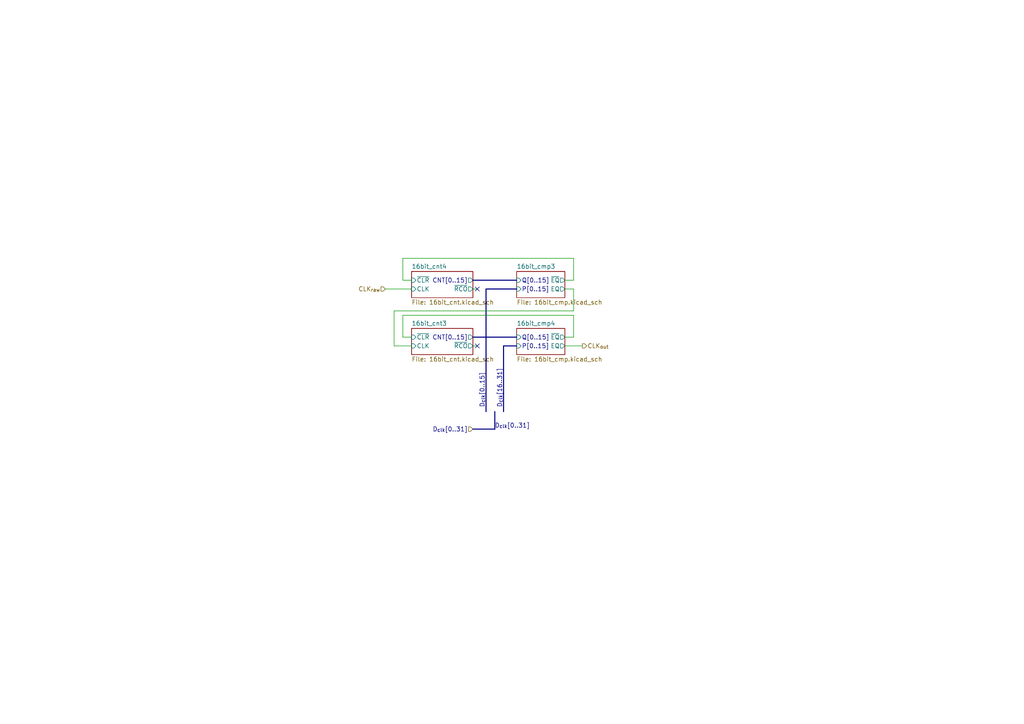
<source format=kicad_sch>
(kicad_sch (version 20211123) (generator eeschema)
  (paper "A4")
  (lib_symbols)
  (no_connect (at 138.43 83.82))
  (no_connect (at 138.43 100.33))
  (wire (pts (xy 163.83 100.33) (xy 168.91 100.33)))
  (wire (pts (xy 163.83 83.82) (xy 166.37 83.82)))
  (bus (pts (xy 146.05 100.33) (xy 146.05 119.38)))
  (wire (pts (xy 166.37 74.93) (xy 116.84 74.93)))
  (wire (pts (xy 114.3 100.33) (xy 119.38 100.33)))
  (wire (pts (xy 166.37 83.82) (xy 166.37 90.17)))
  (wire (pts (xy 114.3 90.17) (xy 114.3 100.33)))
  (wire (pts (xy 166.37 91.44) (xy 116.84 91.44)))
  (wire (pts (xy 137.16 83.82) (xy 138.43 83.82)))
  (wire (pts (xy 137.16 100.33) (xy 138.43 100.33)))
  (wire (pts (xy 116.84 91.44) (xy 116.84 97.79)))
  (bus (pts (xy 137.16 124.46) (xy 143.51 124.46)))
  (bus (pts (xy 149.86 100.33) (xy 146.05 100.33)))
  (wire (pts (xy 163.83 81.28) (xy 166.37 81.28)))
  (bus (pts (xy 140.97 119.38) (xy 140.97 83.82)))
  (wire (pts (xy 166.37 90.17) (xy 114.3 90.17)))
  (wire (pts (xy 116.84 97.79) (xy 119.38 97.79)))
  (wire (pts (xy 166.37 97.79) (xy 166.37 91.44)))
  (bus (pts (xy 137.16 97.79) (xy 149.86 97.79)))
  (wire (pts (xy 111.76 83.82) (xy 119.38 83.82)))
  (bus (pts (xy 137.16 81.28) (xy 149.86 81.28)))
  (wire (pts (xy 116.84 81.28) (xy 119.38 81.28)))
  (wire (pts (xy 116.84 74.93) (xy 116.84 81.28)))
  (wire (pts (xy 163.83 97.79) (xy 166.37 97.79)))
  (bus (pts (xy 140.97 83.82) (xy 149.86 83.82)))
  (bus (pts (xy 143.51 119.38) (xy 143.51 124.46)))
  (wire (pts (xy 166.37 81.28) (xy 166.37 74.93)))
  (label "D_{clk}[0..31]" (at 143.51 124.46 0))
  (label "D_{clk}[0..15]" (at 140.97 118.11 90))
  (label "D_{clk}[16..31]" (at 146.05 118.11 90))
  (hierarchical_label "D_{clk}[0..31]" (shape input) (at 137.16 124.46 180))
  (hierarchical_label "CLK_{raw}" (shape input) (at 111.76 83.82 180))
  (hierarchical_label "CLK_{out}" (shape output) (at 168.91 100.33 0))
  (sheet (at 149.86 78.74) (size 13.97 7.62) (stroke (width 0.1524))
    (property "Sheet name" "16bit_cmp3" (at 149.86 78.0284 0) (effects (justify left bottom)))
    (property "Sheet file" "16bit_cmp.kicad_sch" (at 149.86 86.9446 0) (effects (justify left top)))
    (pin "~{EQ}" output (at 163.83 81.28 0))
    (pin "EQ" output (at 163.83 83.82 0))
    (pin "Q[0..15]" input (at 149.86 81.28 180))
    (pin "P[0..15]" input (at 149.86 83.82 180))
  )
  (sheet (at 119.38 78.74) (size 17.78 7.62) (stroke (width 0.1524))
    (property "Sheet name" "16bit_cnt4" (at 119.38 78.0284 0) (effects (justify left bottom)))
    (property "Sheet file" "16bit_cnt.kicad_sch" (at 119.38 86.9446 0) (effects (justify left top)))
    (pin "~{CLR}" input (at 119.38 81.28 180))
    (pin "CLK" input (at 119.38 83.82 180))
    (pin "~{RCO}" output (at 137.16 83.82 0))
    (pin "CNT[0..15]" output (at 137.16 81.28 0))
  )
  (sheet (at 149.86 95.25) (size 13.97 7.62) (stroke (width 0.1524))
    (property "Sheet name" "16bit_cmp4" (at 149.86 94.5384 0) (effects (justify left bottom)))
    (property "Sheet file" "16bit_cmp.kicad_sch" (at 149.86 103.4546 0) (effects (justify left top)))
    (pin "~{EQ}" output (at 163.83 97.79 0))
    (pin "EQ" output (at 163.83 100.33 0))
    (pin "Q[0..15]" input (at 149.86 97.79 180))
    (pin "P[0..15]" input (at 149.86 100.33 180))
  )
  (sheet (at 119.38 95.25) (size 17.78 7.62) (stroke (width 0.1524))
    (property "Sheet name" "16bit_cnt3" (at 119.38 94.5384 0) (effects (justify left bottom)))
    (property "Sheet file" "16bit_cnt.kicad_sch" (at 119.38 103.4546 0) (effects (justify left top)))
    (pin "~{CLR}" input (at 119.38 97.79 180))
    (pin "CLK" input (at 119.38 100.33 180))
    (pin "~{RCO}" output (at 137.16 100.33 0))
    (pin "CNT[0..15]" output (at 137.16 97.79 0))
  )
)
</source>
